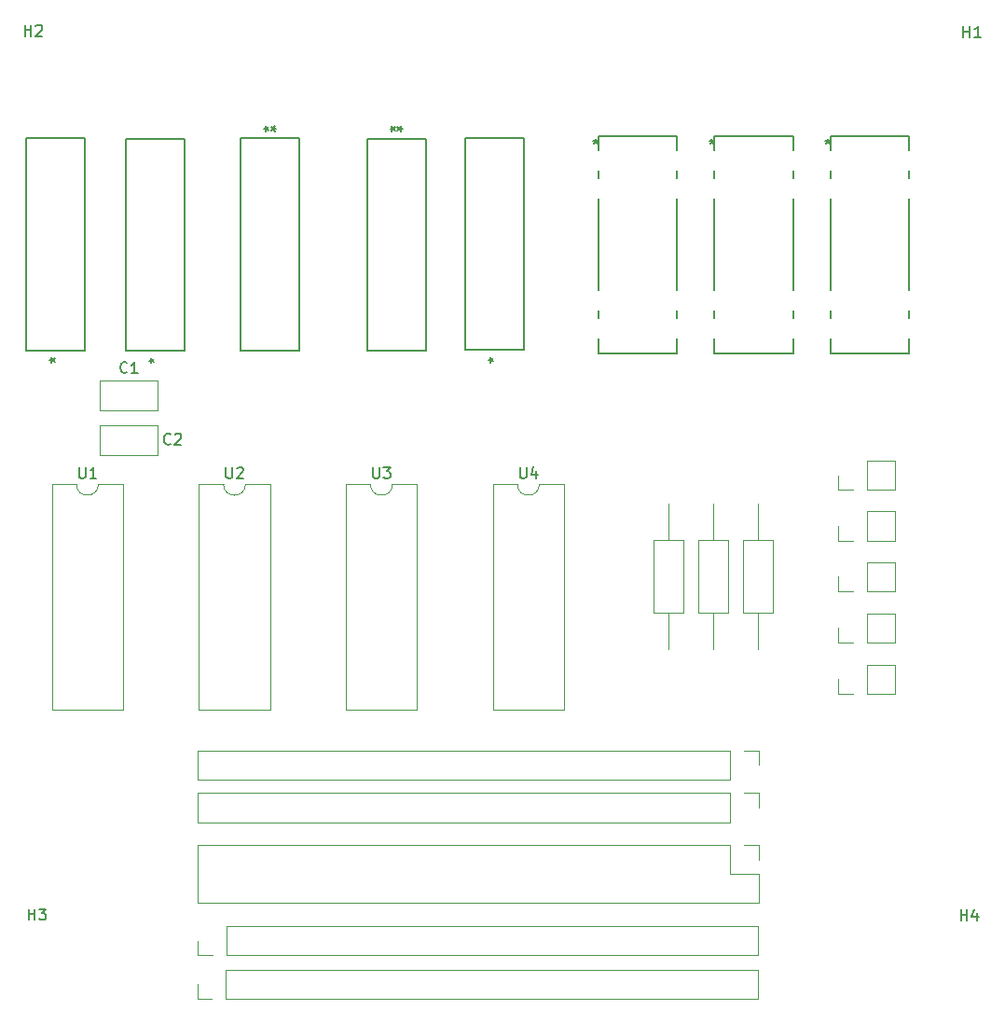
<source format=gbr>
%TF.GenerationSoftware,KiCad,Pcbnew,8.0.2*%
%TF.CreationDate,2024-05-07T00:14:21+01:00*%
%TF.ProjectId,VISIR_Lei_Ohm,56495349-525f-44c6-9569-5f4f686d2e6b,rev?*%
%TF.SameCoordinates,Original*%
%TF.FileFunction,Legend,Top*%
%TF.FilePolarity,Positive*%
%FSLAX46Y46*%
G04 Gerber Fmt 4.6, Leading zero omitted, Abs format (unit mm)*
G04 Created by KiCad (PCBNEW 8.0.2) date 2024-05-07 00:14:21*
%MOMM*%
%LPD*%
G01*
G04 APERTURE LIST*
%ADD10C,0.150000*%
%ADD11C,0.120000*%
%ADD12C,0.152400*%
%ADD13C,3.200000*%
%ADD14R,1.700000X1.700000*%
%ADD15O,1.700000X1.700000*%
%ADD16R,1.600000X1.600000*%
%ADD17O,1.600000X1.600000*%
%ADD18C,1.270000*%
%ADD19C,1.600000*%
G04 APERTURE END LIST*
D10*
X209938095Y-112054819D02*
X209938095Y-111054819D01*
X209938095Y-111531009D02*
X210509523Y-111531009D01*
X210509523Y-112054819D02*
X210509523Y-111054819D01*
X211414285Y-111388152D02*
X211414285Y-112054819D01*
X211176190Y-111007200D02*
X210938095Y-111721485D01*
X210938095Y-111721485D02*
X211557142Y-111721485D01*
X125288095Y-112004819D02*
X125288095Y-111004819D01*
X125288095Y-111481009D02*
X125859523Y-111481009D01*
X125859523Y-112004819D02*
X125859523Y-111004819D01*
X126240476Y-111004819D02*
X126859523Y-111004819D01*
X126859523Y-111004819D02*
X126526190Y-111385771D01*
X126526190Y-111385771D02*
X126669047Y-111385771D01*
X126669047Y-111385771D02*
X126764285Y-111433390D01*
X126764285Y-111433390D02*
X126811904Y-111481009D01*
X126811904Y-111481009D02*
X126859523Y-111576247D01*
X126859523Y-111576247D02*
X126859523Y-111814342D01*
X126859523Y-111814342D02*
X126811904Y-111909580D01*
X126811904Y-111909580D02*
X126764285Y-111957200D01*
X126764285Y-111957200D02*
X126669047Y-112004819D01*
X126669047Y-112004819D02*
X126383333Y-112004819D01*
X126383333Y-112004819D02*
X126288095Y-111957200D01*
X126288095Y-111957200D02*
X126240476Y-111909580D01*
X124938095Y-31754819D02*
X124938095Y-30754819D01*
X124938095Y-31231009D02*
X125509523Y-31231009D01*
X125509523Y-31754819D02*
X125509523Y-30754819D01*
X125938095Y-30850057D02*
X125985714Y-30802438D01*
X125985714Y-30802438D02*
X126080952Y-30754819D01*
X126080952Y-30754819D02*
X126319047Y-30754819D01*
X126319047Y-30754819D02*
X126414285Y-30802438D01*
X126414285Y-30802438D02*
X126461904Y-30850057D01*
X126461904Y-30850057D02*
X126509523Y-30945295D01*
X126509523Y-30945295D02*
X126509523Y-31040533D01*
X126509523Y-31040533D02*
X126461904Y-31183390D01*
X126461904Y-31183390D02*
X125890476Y-31754819D01*
X125890476Y-31754819D02*
X126509523Y-31754819D01*
X210188095Y-31854819D02*
X210188095Y-30854819D01*
X210188095Y-31331009D02*
X210759523Y-31331009D01*
X210759523Y-31854819D02*
X210759523Y-30854819D01*
X211759523Y-31854819D02*
X211188095Y-31854819D01*
X211473809Y-31854819D02*
X211473809Y-30854819D01*
X211473809Y-30854819D02*
X211378571Y-30997676D01*
X211378571Y-30997676D02*
X211283333Y-31092914D01*
X211283333Y-31092914D02*
X211188095Y-31140533D01*
X129868095Y-70904819D02*
X129868095Y-71714342D01*
X129868095Y-71714342D02*
X129915714Y-71809580D01*
X129915714Y-71809580D02*
X129963333Y-71857200D01*
X129963333Y-71857200D02*
X130058571Y-71904819D01*
X130058571Y-71904819D02*
X130249047Y-71904819D01*
X130249047Y-71904819D02*
X130344285Y-71857200D01*
X130344285Y-71857200D02*
X130391904Y-71809580D01*
X130391904Y-71809580D02*
X130439523Y-71714342D01*
X130439523Y-71714342D02*
X130439523Y-70904819D01*
X131439523Y-71904819D02*
X130868095Y-71904819D01*
X131153809Y-71904819D02*
X131153809Y-70904819D01*
X131153809Y-70904819D02*
X131058571Y-71047676D01*
X131058571Y-71047676D02*
X130963333Y-71142914D01*
X130963333Y-71142914D02*
X130868095Y-71190533D01*
X127214819Y-61175599D02*
X127452914Y-61175599D01*
X127357676Y-61413694D02*
X127452914Y-61175599D01*
X127452914Y-61175599D02*
X127357676Y-60937504D01*
X127643390Y-61318456D02*
X127452914Y-61175599D01*
X127452914Y-61175599D02*
X127643390Y-61032742D01*
X127214819Y-61175599D02*
X127452914Y-61175599D01*
X127357676Y-61413694D02*
X127452914Y-61175599D01*
X127452914Y-61175599D02*
X127357676Y-60937504D01*
X127643390Y-61318456D02*
X127452914Y-61175599D01*
X127452914Y-61175599D02*
X127643390Y-61032742D01*
X169918095Y-70904819D02*
X169918095Y-71714342D01*
X169918095Y-71714342D02*
X169965714Y-71809580D01*
X169965714Y-71809580D02*
X170013333Y-71857200D01*
X170013333Y-71857200D02*
X170108571Y-71904819D01*
X170108571Y-71904819D02*
X170299047Y-71904819D01*
X170299047Y-71904819D02*
X170394285Y-71857200D01*
X170394285Y-71857200D02*
X170441904Y-71809580D01*
X170441904Y-71809580D02*
X170489523Y-71714342D01*
X170489523Y-71714342D02*
X170489523Y-70904819D01*
X171394285Y-71238152D02*
X171394285Y-71904819D01*
X171156190Y-70857200D02*
X170918095Y-71571485D01*
X170918095Y-71571485D02*
X171537142Y-71571485D01*
X167074819Y-61155599D02*
X167312914Y-61155599D01*
X167217676Y-61393694D02*
X167312914Y-61155599D01*
X167312914Y-61155599D02*
X167217676Y-60917504D01*
X167503390Y-61298456D02*
X167312914Y-61155599D01*
X167312914Y-61155599D02*
X167503390Y-61012742D01*
X167074819Y-61155599D02*
X167312914Y-61155599D01*
X167217676Y-61393694D02*
X167312914Y-61155599D01*
X167312914Y-61155599D02*
X167217676Y-60917504D01*
X167503390Y-61298456D02*
X167312914Y-61155599D01*
X167312914Y-61155599D02*
X167503390Y-61012742D01*
X159225180Y-40184400D02*
X158987085Y-40184400D01*
X159082323Y-39946305D02*
X158987085Y-40184400D01*
X158987085Y-40184400D02*
X159082323Y-40422495D01*
X158796609Y-40041543D02*
X158987085Y-40184400D01*
X158987085Y-40184400D02*
X158796609Y-40327257D01*
X158134819Y-40184399D02*
X158372914Y-40184399D01*
X158277676Y-40422494D02*
X158372914Y-40184399D01*
X158372914Y-40184399D02*
X158277676Y-39946304D01*
X158563390Y-40327256D02*
X158372914Y-40184399D01*
X158372914Y-40184399D02*
X158563390Y-40041542D01*
X197880800Y-41137819D02*
X197880800Y-41375914D01*
X197642705Y-41280676D02*
X197880800Y-41375914D01*
X197880800Y-41375914D02*
X198118895Y-41280676D01*
X197737943Y-41566390D02*
X197880800Y-41375914D01*
X197880800Y-41375914D02*
X198023657Y-41566390D01*
X197880800Y-41137819D02*
X197880800Y-41375914D01*
X197642705Y-41280676D02*
X197880800Y-41375914D01*
X197880800Y-41375914D02*
X198118895Y-41280676D01*
X197737943Y-41566390D02*
X197880800Y-41375914D01*
X197880800Y-41375914D02*
X198023657Y-41566390D01*
X134233333Y-62259580D02*
X134185714Y-62307200D01*
X134185714Y-62307200D02*
X134042857Y-62354819D01*
X134042857Y-62354819D02*
X133947619Y-62354819D01*
X133947619Y-62354819D02*
X133804762Y-62307200D01*
X133804762Y-62307200D02*
X133709524Y-62211961D01*
X133709524Y-62211961D02*
X133661905Y-62116723D01*
X133661905Y-62116723D02*
X133614286Y-61926247D01*
X133614286Y-61926247D02*
X133614286Y-61783390D01*
X133614286Y-61783390D02*
X133661905Y-61592914D01*
X133661905Y-61592914D02*
X133709524Y-61497676D01*
X133709524Y-61497676D02*
X133804762Y-61402438D01*
X133804762Y-61402438D02*
X133947619Y-61354819D01*
X133947619Y-61354819D02*
X134042857Y-61354819D01*
X134042857Y-61354819D02*
X134185714Y-61402438D01*
X134185714Y-61402438D02*
X134233333Y-61450057D01*
X135185714Y-62354819D02*
X134614286Y-62354819D01*
X134900000Y-62354819D02*
X134900000Y-61354819D01*
X134900000Y-61354819D02*
X134804762Y-61497676D01*
X134804762Y-61497676D02*
X134709524Y-61592914D01*
X134709524Y-61592914D02*
X134614286Y-61640533D01*
X176780000Y-41137819D02*
X176780000Y-41375914D01*
X176541905Y-41280676D02*
X176780000Y-41375914D01*
X176780000Y-41375914D02*
X177018095Y-41280676D01*
X176637143Y-41566390D02*
X176780000Y-41375914D01*
X176780000Y-41375914D02*
X176922857Y-41566390D01*
X176780000Y-41137819D02*
X176780000Y-41375914D01*
X176541905Y-41280676D02*
X176780000Y-41375914D01*
X176780000Y-41375914D02*
X177018095Y-41280676D01*
X176637143Y-41566390D02*
X176780000Y-41375914D01*
X176780000Y-41375914D02*
X176922857Y-41566390D01*
X187330400Y-41137819D02*
X187330400Y-41375914D01*
X187092305Y-41280676D02*
X187330400Y-41375914D01*
X187330400Y-41375914D02*
X187568495Y-41280676D01*
X187187543Y-41566390D02*
X187330400Y-41375914D01*
X187330400Y-41375914D02*
X187473257Y-41566390D01*
X187330400Y-41137819D02*
X187330400Y-41375914D01*
X187092305Y-41280676D02*
X187330400Y-41375914D01*
X187330400Y-41375914D02*
X187568495Y-41280676D01*
X187187543Y-41566390D02*
X187330400Y-41375914D01*
X187330400Y-41375914D02*
X187473257Y-41566390D01*
X138183333Y-68759580D02*
X138135714Y-68807200D01*
X138135714Y-68807200D02*
X137992857Y-68854819D01*
X137992857Y-68854819D02*
X137897619Y-68854819D01*
X137897619Y-68854819D02*
X137754762Y-68807200D01*
X137754762Y-68807200D02*
X137659524Y-68711961D01*
X137659524Y-68711961D02*
X137611905Y-68616723D01*
X137611905Y-68616723D02*
X137564286Y-68426247D01*
X137564286Y-68426247D02*
X137564286Y-68283390D01*
X137564286Y-68283390D02*
X137611905Y-68092914D01*
X137611905Y-68092914D02*
X137659524Y-67997676D01*
X137659524Y-67997676D02*
X137754762Y-67902438D01*
X137754762Y-67902438D02*
X137897619Y-67854819D01*
X137897619Y-67854819D02*
X137992857Y-67854819D01*
X137992857Y-67854819D02*
X138135714Y-67902438D01*
X138135714Y-67902438D02*
X138183333Y-67950057D01*
X138564286Y-67950057D02*
X138611905Y-67902438D01*
X138611905Y-67902438D02*
X138707143Y-67854819D01*
X138707143Y-67854819D02*
X138945238Y-67854819D01*
X138945238Y-67854819D02*
X139040476Y-67902438D01*
X139040476Y-67902438D02*
X139088095Y-67950057D01*
X139088095Y-67950057D02*
X139135714Y-68045295D01*
X139135714Y-68045295D02*
X139135714Y-68140533D01*
X139135714Y-68140533D02*
X139088095Y-68283390D01*
X139088095Y-68283390D02*
X138516667Y-68854819D01*
X138516667Y-68854819D02*
X139135714Y-68854819D01*
X143218095Y-70904819D02*
X143218095Y-71714342D01*
X143218095Y-71714342D02*
X143265714Y-71809580D01*
X143265714Y-71809580D02*
X143313333Y-71857200D01*
X143313333Y-71857200D02*
X143408571Y-71904819D01*
X143408571Y-71904819D02*
X143599047Y-71904819D01*
X143599047Y-71904819D02*
X143694285Y-71857200D01*
X143694285Y-71857200D02*
X143741904Y-71809580D01*
X143741904Y-71809580D02*
X143789523Y-71714342D01*
X143789523Y-71714342D02*
X143789523Y-70904819D01*
X144218095Y-71000057D02*
X144265714Y-70952438D01*
X144265714Y-70952438D02*
X144360952Y-70904819D01*
X144360952Y-70904819D02*
X144599047Y-70904819D01*
X144599047Y-70904819D02*
X144694285Y-70952438D01*
X144694285Y-70952438D02*
X144741904Y-71000057D01*
X144741904Y-71000057D02*
X144789523Y-71095295D01*
X144789523Y-71095295D02*
X144789523Y-71190533D01*
X144789523Y-71190533D02*
X144741904Y-71333390D01*
X144741904Y-71333390D02*
X144170476Y-71904819D01*
X144170476Y-71904819D02*
X144789523Y-71904819D01*
X146684819Y-40164399D02*
X146922914Y-40164399D01*
X146827676Y-40402494D02*
X146922914Y-40164399D01*
X146922914Y-40164399D02*
X146827676Y-39926304D01*
X147113390Y-40307256D02*
X146922914Y-40164399D01*
X146922914Y-40164399D02*
X147113390Y-40021542D01*
X147775180Y-40164400D02*
X147537085Y-40164400D01*
X147632323Y-39926305D02*
X147537085Y-40164400D01*
X147537085Y-40164400D02*
X147632323Y-40402495D01*
X147346609Y-40021543D02*
X147537085Y-40164400D01*
X147537085Y-40164400D02*
X147346609Y-40307257D01*
X136264819Y-61215599D02*
X136502914Y-61215599D01*
X136407676Y-61453694D02*
X136502914Y-61215599D01*
X136502914Y-61215599D02*
X136407676Y-60977504D01*
X136693390Y-61358456D02*
X136502914Y-61215599D01*
X136502914Y-61215599D02*
X136693390Y-61072742D01*
X136264819Y-61215599D02*
X136502914Y-61215599D01*
X136407676Y-61453694D02*
X136502914Y-61215599D01*
X136502914Y-61215599D02*
X136407676Y-60977504D01*
X136693390Y-61358456D02*
X136502914Y-61215599D01*
X136502914Y-61215599D02*
X136693390Y-61072742D01*
X156568095Y-70904819D02*
X156568095Y-71714342D01*
X156568095Y-71714342D02*
X156615714Y-71809580D01*
X156615714Y-71809580D02*
X156663333Y-71857200D01*
X156663333Y-71857200D02*
X156758571Y-71904819D01*
X156758571Y-71904819D02*
X156949047Y-71904819D01*
X156949047Y-71904819D02*
X157044285Y-71857200D01*
X157044285Y-71857200D02*
X157091904Y-71809580D01*
X157091904Y-71809580D02*
X157139523Y-71714342D01*
X157139523Y-71714342D02*
X157139523Y-70904819D01*
X157520476Y-70904819D02*
X158139523Y-70904819D01*
X158139523Y-70904819D02*
X157806190Y-71285771D01*
X157806190Y-71285771D02*
X157949047Y-71285771D01*
X157949047Y-71285771D02*
X158044285Y-71333390D01*
X158044285Y-71333390D02*
X158091904Y-71381009D01*
X158091904Y-71381009D02*
X158139523Y-71476247D01*
X158139523Y-71476247D02*
X158139523Y-71714342D01*
X158139523Y-71714342D02*
X158091904Y-71809580D01*
X158091904Y-71809580D02*
X158044285Y-71857200D01*
X158044285Y-71857200D02*
X157949047Y-71904819D01*
X157949047Y-71904819D02*
X157663333Y-71904819D01*
X157663333Y-71904819D02*
X157568095Y-71857200D01*
X157568095Y-71857200D02*
X157520476Y-71809580D01*
D11*
%TO.C,J8*%
X191580000Y-96620000D02*
X191580000Y-97950000D01*
X190250000Y-96620000D02*
X191580000Y-96620000D01*
X188980000Y-96620000D02*
X140660000Y-96620000D01*
X188980000Y-96620000D02*
X188980000Y-99280000D01*
X140660000Y-96620000D02*
X140660000Y-99280000D01*
X188980000Y-99280000D02*
X140660000Y-99280000D01*
%TO.C,J7*%
X191590000Y-100470000D02*
X191590000Y-101800000D01*
X190260000Y-100470000D02*
X191590000Y-100470000D01*
X188990000Y-100470000D02*
X140670000Y-100470000D01*
X188990000Y-100470000D02*
X188990000Y-103130000D01*
X140670000Y-100470000D02*
X140670000Y-103130000D01*
X188990000Y-103130000D02*
X140670000Y-103130000D01*
%TO.C,J1*%
X191570000Y-110430000D02*
X140650000Y-110430000D01*
X188970000Y-107830000D02*
X191570000Y-107830000D01*
X191570000Y-107830000D02*
X191570000Y-110430000D01*
X140650000Y-105230000D02*
X140650000Y-110430000D01*
X188970000Y-105230000D02*
X188970000Y-107830000D01*
X188970000Y-105230000D02*
X140650000Y-105230000D01*
X190240000Y-105230000D02*
X191570000Y-105230000D01*
X191570000Y-105230000D02*
X191570000Y-106560000D01*
%TO.C,J4*%
X198790000Y-72980000D02*
X198790000Y-71650000D01*
X200120000Y-72980000D02*
X198790000Y-72980000D01*
X201390000Y-72980000D02*
X203990000Y-72980000D01*
X201390000Y-72980000D02*
X201390000Y-70320000D01*
X203990000Y-72980000D02*
X203990000Y-70320000D01*
X201390000Y-70320000D02*
X203990000Y-70320000D01*
%TO.C,J3*%
X198790000Y-77580000D02*
X198790000Y-76250000D01*
X200120000Y-77580000D02*
X198790000Y-77580000D01*
X201390000Y-77580000D02*
X203990000Y-77580000D01*
X201390000Y-77580000D02*
X201390000Y-74920000D01*
X203990000Y-77580000D02*
X203990000Y-74920000D01*
X201390000Y-74920000D02*
X203990000Y-74920000D01*
%TO.C,J2*%
X198790000Y-82180000D02*
X198790000Y-80850000D01*
X200120000Y-82180000D02*
X198790000Y-82180000D01*
X201390000Y-82180000D02*
X203990000Y-82180000D01*
X201390000Y-82180000D02*
X201390000Y-79520000D01*
X203990000Y-82180000D02*
X203990000Y-79520000D01*
X201390000Y-79520000D02*
X203990000Y-79520000D01*
%TO.C,J6*%
X140610000Y-119180000D02*
X140610000Y-117850000D01*
X141940000Y-119180000D02*
X140610000Y-119180000D01*
X143210000Y-119180000D02*
X191530000Y-119180000D01*
X143210000Y-119180000D02*
X143210000Y-116520000D01*
X191530000Y-119180000D02*
X191530000Y-116520000D01*
X143210000Y-116520000D02*
X191530000Y-116520000D01*
%TO.C,U1*%
X127395000Y-72450000D02*
X127395000Y-92890000D01*
X127395000Y-92890000D02*
X133865000Y-92890000D01*
X129630000Y-72450000D02*
X127395000Y-72450000D01*
X133865000Y-72450000D02*
X131630000Y-72450000D01*
X133865000Y-92890000D02*
X133865000Y-72450000D01*
X131630000Y-72450000D02*
G75*
G02*
X129630000Y-72450000I-1000000J0D01*
G01*
D12*
%TO.C,K4*%
X130427000Y-41033400D02*
X125093000Y-41033400D01*
X125093000Y-41033400D02*
X125093000Y-60286600D01*
X130427000Y-60286600D02*
X130427000Y-41033400D01*
X125093000Y-60286600D02*
X130427000Y-60286600D01*
D11*
%TO.C,R1*%
X183420000Y-87390000D02*
X183420000Y-84080000D01*
X182050000Y-84080000D02*
X184790000Y-84080000D01*
X184790000Y-84080000D02*
X184790000Y-77540000D01*
X182050000Y-77540000D02*
X182050000Y-84080000D01*
X184790000Y-77540000D02*
X182050000Y-77540000D01*
X183420000Y-74230000D02*
X183420000Y-77540000D01*
%TO.C,R3*%
X191520000Y-87390000D02*
X191520000Y-84080000D01*
X190150000Y-84080000D02*
X192890000Y-84080000D01*
X192890000Y-84080000D02*
X192890000Y-77540000D01*
X190150000Y-77540000D02*
X190150000Y-84080000D01*
X192890000Y-77540000D02*
X190150000Y-77540000D01*
X191520000Y-74230000D02*
X191520000Y-77540000D01*
%TO.C,U4*%
X167445000Y-72450000D02*
X167445000Y-92890000D01*
X167445000Y-92890000D02*
X173915000Y-92890000D01*
X169680000Y-72450000D02*
X167445000Y-72450000D01*
X173915000Y-72450000D02*
X171680000Y-72450000D01*
X173915000Y-92890000D02*
X173915000Y-72450000D01*
X171680000Y-72450000D02*
G75*
G02*
X169680000Y-72450000I-1000000J0D01*
G01*
%TO.C,MES3*%
X201390000Y-84170000D02*
X203990000Y-84170000D01*
X203990000Y-86830000D02*
X203990000Y-84170000D01*
X201390000Y-86830000D02*
X201390000Y-84170000D01*
X201390000Y-86830000D02*
X203990000Y-86830000D01*
X200120000Y-86830000D02*
X198790000Y-86830000D01*
X198790000Y-86830000D02*
X198790000Y-85500000D01*
D12*
%TO.C,K8*%
X164953000Y-60266600D02*
X170287000Y-60266600D01*
X170287000Y-60266600D02*
X170287000Y-41013400D01*
X164953000Y-41013400D02*
X164953000Y-60266600D01*
X170287000Y-41013400D02*
X164953000Y-41013400D01*
%TO.C,K7*%
X161347000Y-41073400D02*
X156013000Y-41073400D01*
X156013000Y-41073400D02*
X156013000Y-60326600D01*
X161347000Y-60326600D02*
X161347000Y-41073400D01*
X156013000Y-60326600D02*
X161347000Y-60326600D01*
%TO.C,K3*%
X198122100Y-40832100D02*
X198122100Y-42142826D01*
X198122100Y-44017174D02*
X198122100Y-44682826D01*
X198122100Y-46557174D02*
X198122100Y-54842826D01*
X198122100Y-56717174D02*
X198122100Y-57382826D01*
X198122100Y-59257174D02*
X198122100Y-60567900D01*
X198122100Y-60567900D02*
X205259500Y-60567900D01*
X205259500Y-40832100D02*
X198122100Y-40832100D01*
X205259500Y-42142826D02*
X205259500Y-40832100D01*
X205259500Y-44682826D02*
X205259500Y-44017174D01*
X205259500Y-54842826D02*
X205259500Y-46557174D01*
X205259500Y-57382826D02*
X205259500Y-56717174D01*
X205259500Y-60567900D02*
X205259500Y-59257174D01*
D11*
%TO.C,MES1*%
X201390000Y-88820000D02*
X203990000Y-88820000D01*
X203990000Y-91480000D02*
X203990000Y-88820000D01*
X201390000Y-91480000D02*
X201390000Y-88820000D01*
X201390000Y-91480000D02*
X203990000Y-91480000D01*
X200120000Y-91480000D02*
X198790000Y-91480000D01*
X198790000Y-91480000D02*
X198790000Y-90150000D01*
%TO.C,C1*%
X131780000Y-63030000D02*
X131780000Y-65770000D01*
X131780000Y-63030000D02*
X137020000Y-63030000D01*
X131780000Y-65770000D02*
X137020000Y-65770000D01*
X137020000Y-63030000D02*
X137020000Y-65770000D01*
%TO.C,R2*%
X187470000Y-87390000D02*
X187470000Y-84080000D01*
X186100000Y-84080000D02*
X188840000Y-84080000D01*
X188840000Y-84080000D02*
X188840000Y-77540000D01*
X186100000Y-77540000D02*
X186100000Y-84080000D01*
X188840000Y-77540000D02*
X186100000Y-77540000D01*
X187470000Y-74230000D02*
X187470000Y-77540000D01*
D12*
%TO.C,K1*%
X177021300Y-40832100D02*
X177021300Y-42142826D01*
X177021300Y-44017174D02*
X177021300Y-44682826D01*
X177021300Y-46557174D02*
X177021300Y-54842826D01*
X177021300Y-56717174D02*
X177021300Y-57382826D01*
X177021300Y-59257174D02*
X177021300Y-60567900D01*
X177021300Y-60567900D02*
X184158700Y-60567900D01*
X184158700Y-40832100D02*
X177021300Y-40832100D01*
X184158700Y-42142826D02*
X184158700Y-40832100D01*
X184158700Y-44682826D02*
X184158700Y-44017174D01*
X184158700Y-54842826D02*
X184158700Y-46557174D01*
X184158700Y-57382826D02*
X184158700Y-56717174D01*
X184158700Y-60567900D02*
X184158700Y-59257174D01*
%TO.C,K2*%
X187571700Y-40832100D02*
X187571700Y-42142826D01*
X187571700Y-44017174D02*
X187571700Y-44682826D01*
X187571700Y-46557174D02*
X187571700Y-54842826D01*
X187571700Y-56717174D02*
X187571700Y-57382826D01*
X187571700Y-59257174D02*
X187571700Y-60567900D01*
X187571700Y-60567900D02*
X194709100Y-60567900D01*
X194709100Y-40832100D02*
X187571700Y-40832100D01*
X194709100Y-42142826D02*
X194709100Y-40832100D01*
X194709100Y-44682826D02*
X194709100Y-44017174D01*
X194709100Y-54842826D02*
X194709100Y-46557174D01*
X194709100Y-57382826D02*
X194709100Y-56717174D01*
X194709100Y-60567900D02*
X194709100Y-59257174D01*
D11*
%TO.C,C2*%
X131780000Y-67080000D02*
X131780000Y-69820000D01*
X131780000Y-67080000D02*
X137020000Y-67080000D01*
X131780000Y-69820000D02*
X137020000Y-69820000D01*
X137020000Y-67080000D02*
X137020000Y-69820000D01*
%TO.C,U2*%
X140745000Y-72450000D02*
X140745000Y-92890000D01*
X140745000Y-92890000D02*
X147215000Y-92890000D01*
X142980000Y-72450000D02*
X140745000Y-72450000D01*
X147215000Y-72450000D02*
X144980000Y-72450000D01*
X147215000Y-92890000D02*
X147215000Y-72450000D01*
X144980000Y-72450000D02*
G75*
G02*
X142980000Y-72450000I-1000000J0D01*
G01*
D12*
%TO.C,K6*%
X149897000Y-41053400D02*
X144563000Y-41053400D01*
X144563000Y-41053400D02*
X144563000Y-60306600D01*
X149897000Y-60306600D02*
X149897000Y-41053400D01*
X144563000Y-60306600D02*
X149897000Y-60306600D01*
%TO.C,K5*%
X134143000Y-60326600D02*
X139477000Y-60326600D01*
X139477000Y-60326600D02*
X139477000Y-41073400D01*
X134143000Y-41073400D02*
X134143000Y-60326600D01*
X139477000Y-41073400D02*
X134143000Y-41073400D01*
D11*
%TO.C,U3*%
X154095000Y-72450000D02*
X154095000Y-92890000D01*
X154095000Y-92890000D02*
X160565000Y-92890000D01*
X156330000Y-72450000D02*
X154095000Y-72450000D01*
X160565000Y-72450000D02*
X158330000Y-72450000D01*
X160565000Y-92890000D02*
X160565000Y-72450000D01*
X158330000Y-72450000D02*
G75*
G02*
X156330000Y-72450000I-1000000J0D01*
G01*
%TO.C,J5*%
X140640000Y-115230000D02*
X140640000Y-113900000D01*
X141970000Y-115230000D02*
X140640000Y-115230000D01*
X143240000Y-115230000D02*
X191560000Y-115230000D01*
X143240000Y-115230000D02*
X143240000Y-112570000D01*
X191560000Y-115230000D02*
X191560000Y-112570000D01*
X143240000Y-112570000D02*
X191560000Y-112570000D01*
%TD*%
%LPC*%
D13*
%TO.C,H4*%
X210700000Y-115800000D03*
%TD*%
%TO.C,H3*%
X126050000Y-115750000D03*
%TD*%
%TO.C,H2*%
X125700000Y-35500000D03*
%TD*%
%TO.C,H1*%
X210950000Y-35600000D03*
%TD*%
D14*
%TO.C,J8*%
X190250000Y-97950000D03*
D15*
X187710000Y-97950000D03*
X185170000Y-97950000D03*
X182630000Y-97950000D03*
X180090000Y-97950000D03*
X177550000Y-97950000D03*
X175010000Y-97950000D03*
X172470000Y-97950000D03*
X169930000Y-97950000D03*
X167390000Y-97950000D03*
X164850000Y-97950000D03*
X162310000Y-97950000D03*
X159770000Y-97950000D03*
X157230000Y-97950000D03*
X154690000Y-97950000D03*
X152150000Y-97950000D03*
X149610000Y-97950000D03*
X147070000Y-97950000D03*
X144530000Y-97950000D03*
X141990000Y-97950000D03*
%TD*%
D14*
%TO.C,J7*%
X190260000Y-101800000D03*
D15*
X187720000Y-101800000D03*
X185180000Y-101800000D03*
X182640000Y-101800000D03*
X180100000Y-101800000D03*
X177560000Y-101800000D03*
X175020000Y-101800000D03*
X172480000Y-101800000D03*
X169940000Y-101800000D03*
X167400000Y-101800000D03*
X164860000Y-101800000D03*
X162320000Y-101800000D03*
X159780000Y-101800000D03*
X157240000Y-101800000D03*
X154700000Y-101800000D03*
X152160000Y-101800000D03*
X149620000Y-101800000D03*
X147080000Y-101800000D03*
X144540000Y-101800000D03*
X142000000Y-101800000D03*
%TD*%
%TO.C,J1*%
X141980000Y-109100000D03*
X141980000Y-106560000D03*
X144520000Y-109100000D03*
X144520000Y-106560000D03*
X147060000Y-109100000D03*
X147060000Y-106560000D03*
X149600000Y-109100000D03*
X149600000Y-106560000D03*
X152140000Y-109100000D03*
X152140000Y-106560000D03*
X154680000Y-109100000D03*
X154680000Y-106560000D03*
X157220000Y-109100000D03*
X157220000Y-106560000D03*
X159760000Y-109100000D03*
X159760000Y-106560000D03*
X162300000Y-109100000D03*
X162300000Y-106560000D03*
X164840000Y-109100000D03*
X164840000Y-106560000D03*
X167380000Y-109100000D03*
X167380000Y-106560000D03*
X169920000Y-109100000D03*
X169920000Y-106560000D03*
X172460000Y-109100000D03*
X172460000Y-106560000D03*
X175000000Y-109100000D03*
X175000000Y-106560000D03*
X177540000Y-109100000D03*
X177540000Y-106560000D03*
X180080000Y-109100000D03*
X180080000Y-106560000D03*
X182620000Y-109100000D03*
X182620000Y-106560000D03*
X185160000Y-109100000D03*
X185160000Y-106560000D03*
X187700000Y-109100000D03*
X187700000Y-106560000D03*
X190240000Y-109100000D03*
D14*
X190240000Y-106560000D03*
%TD*%
%TO.C,J4*%
X200120000Y-71650000D03*
D15*
X202660000Y-71650000D03*
%TD*%
D14*
%TO.C,J3*%
X200120000Y-76250000D03*
D15*
X202660000Y-76250000D03*
%TD*%
D14*
%TO.C,J2*%
X200120000Y-80850000D03*
D15*
X202660000Y-80850000D03*
%TD*%
D14*
%TO.C,J6*%
X141940000Y-117850000D03*
D15*
X144480000Y-117850000D03*
X147020000Y-117850000D03*
X149560000Y-117850000D03*
X152100000Y-117850000D03*
X154640000Y-117850000D03*
X157180000Y-117850000D03*
X159720000Y-117850000D03*
X162260000Y-117850000D03*
X164800000Y-117850000D03*
X167340000Y-117850000D03*
X169880000Y-117850000D03*
X172420000Y-117850000D03*
X174960000Y-117850000D03*
X177500000Y-117850000D03*
X180040000Y-117850000D03*
X182580000Y-117850000D03*
X185120000Y-117850000D03*
X187660000Y-117850000D03*
X190200000Y-117850000D03*
%TD*%
D16*
%TO.C,U1*%
X125550000Y-73780000D03*
D17*
X125550000Y-76320000D03*
X125550000Y-78860000D03*
X125550000Y-81400000D03*
X125550000Y-83940000D03*
X125550000Y-86480000D03*
X125550000Y-89020000D03*
X125550000Y-91560000D03*
X135710000Y-91560000D03*
X135710000Y-89020000D03*
X135710000Y-86480000D03*
X135710000Y-83940000D03*
X135710000Y-81400000D03*
X135710000Y-78860000D03*
X135710000Y-76320000D03*
X135710000Y-73780000D03*
%TD*%
D18*
%TO.C,K4*%
X127760000Y-43040000D03*
X127760000Y-48120000D03*
X127760000Y-53200000D03*
X127760000Y-58280000D03*
%TD*%
D19*
%TO.C,R1*%
X183420000Y-88430000D03*
D17*
X183420000Y-73190000D03*
%TD*%
D19*
%TO.C,R3*%
X191520000Y-88430000D03*
D17*
X191520000Y-73190000D03*
%TD*%
D16*
%TO.C,U4*%
X165600000Y-73780000D03*
D17*
X165600000Y-76320000D03*
X165600000Y-78860000D03*
X165600000Y-81400000D03*
X165600000Y-83940000D03*
X165600000Y-86480000D03*
X165600000Y-89020000D03*
X165600000Y-91560000D03*
X175760000Y-91560000D03*
X175760000Y-89020000D03*
X175760000Y-86480000D03*
X175760000Y-83940000D03*
X175760000Y-81400000D03*
X175760000Y-78860000D03*
X175760000Y-76320000D03*
X175760000Y-73780000D03*
%TD*%
D15*
%TO.C,MES3*%
X202660000Y-85500000D03*
D14*
X200120000Y-85500000D03*
%TD*%
D18*
%TO.C,K8*%
X167620000Y-58260000D03*
X167620000Y-53180000D03*
X167620000Y-48100000D03*
X167620000Y-43020000D03*
%TD*%
%TO.C,K7*%
X158680000Y-43080000D03*
X158680000Y-48160000D03*
X158680000Y-53240000D03*
X158680000Y-58320000D03*
%TD*%
%TO.C,K3*%
X197880800Y-43080000D03*
X197880800Y-45620000D03*
X197880800Y-55780000D03*
X197880800Y-58320000D03*
X205500800Y-58320000D03*
X205500800Y-55780000D03*
X205500800Y-45620000D03*
X205500800Y-43080000D03*
%TD*%
D15*
%TO.C,MES1*%
X202660000Y-90150000D03*
D14*
X200120000Y-90150000D03*
%TD*%
D19*
%TO.C,C1*%
X133150000Y-64400000D03*
X135650000Y-64400000D03*
%TD*%
%TO.C,R2*%
X187470000Y-88430000D03*
D17*
X187470000Y-73190000D03*
%TD*%
D18*
%TO.C,K1*%
X176780000Y-43080000D03*
X176780000Y-45620000D03*
X176780000Y-55780000D03*
X176780000Y-58320000D03*
X184400000Y-58320000D03*
X184400000Y-55780000D03*
X184400000Y-45620000D03*
X184400000Y-43080000D03*
%TD*%
%TO.C,K2*%
X187330400Y-43080000D03*
X187330400Y-45620000D03*
X187330400Y-55780000D03*
X187330400Y-58320000D03*
X194950400Y-58320000D03*
X194950400Y-55780000D03*
X194950400Y-45620000D03*
X194950400Y-43080000D03*
%TD*%
D19*
%TO.C,C2*%
X133150000Y-68450000D03*
X135650000Y-68450000D03*
%TD*%
D16*
%TO.C,U2*%
X138900000Y-73780000D03*
D17*
X138900000Y-76320000D03*
X138900000Y-78860000D03*
X138900000Y-81400000D03*
X138900000Y-83940000D03*
X138900000Y-86480000D03*
X138900000Y-89020000D03*
X138900000Y-91560000D03*
X149060000Y-91560000D03*
X149060000Y-89020000D03*
X149060000Y-86480000D03*
X149060000Y-83940000D03*
X149060000Y-81400000D03*
X149060000Y-78860000D03*
X149060000Y-76320000D03*
X149060000Y-73780000D03*
%TD*%
D18*
%TO.C,K6*%
X147230000Y-43060000D03*
X147230000Y-48140000D03*
X147230000Y-53220000D03*
X147230000Y-58300000D03*
%TD*%
%TO.C,K5*%
X136810000Y-58320000D03*
X136810000Y-53240000D03*
X136810000Y-48160000D03*
X136810000Y-43080000D03*
%TD*%
D16*
%TO.C,U3*%
X152250000Y-73780000D03*
D17*
X152250000Y-76320000D03*
X152250000Y-78860000D03*
X152250000Y-81400000D03*
X152250000Y-83940000D03*
X152250000Y-86480000D03*
X152250000Y-89020000D03*
X152250000Y-91560000D03*
X162410000Y-91560000D03*
X162410000Y-89020000D03*
X162410000Y-86480000D03*
X162410000Y-83940000D03*
X162410000Y-81400000D03*
X162410000Y-78860000D03*
X162410000Y-76320000D03*
X162410000Y-73780000D03*
%TD*%
D14*
%TO.C,J5*%
X141970000Y-113900000D03*
D15*
X144510000Y-113900000D03*
X147050000Y-113900000D03*
X149590000Y-113900000D03*
X152130000Y-113900000D03*
X154670000Y-113900000D03*
X157210000Y-113900000D03*
X159750000Y-113900000D03*
X162290000Y-113900000D03*
X164830000Y-113900000D03*
X167370000Y-113900000D03*
X169910000Y-113900000D03*
X172450000Y-113900000D03*
X174990000Y-113900000D03*
X177530000Y-113900000D03*
X180070000Y-113900000D03*
X182610000Y-113900000D03*
X185150000Y-113900000D03*
X187690000Y-113900000D03*
X190230000Y-113900000D03*
%TD*%
%LPD*%
M02*

</source>
